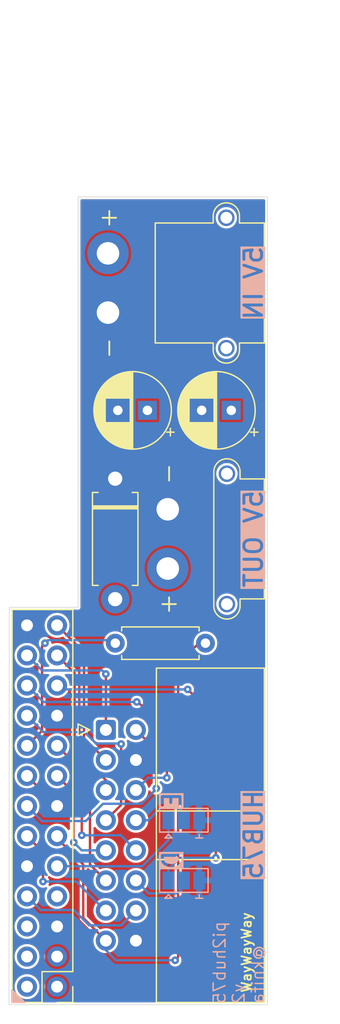
<source format=kicad_pcb>
(kicad_pcb (version 20240108) (generator "pcbnew") (generator_version "8.0")
  (layers (0 "F.Cu" signal) (31 "B.Cu" signal) (34 "B.Paste" user) (35 "F.Paste" user) (36 "B.SilkS" user "B.Silkscreen") (37 "F.SilkS" user "F.Silkscreen") (38 "B.Mask" user) (39 "F.Mask" user) (44 "Edge.Cuts" user))
  (net 0 "")
  (net 1 "GND")
  (net 2 "+5V")
  (net 3 "/G0")
  (net 5 "/CLK")
  (net 6 "/~{OE}")
  (net 7 "/G1")
  (net 8 "/A")
  (net 9 "/B0")
  (net 10 "/C")
  (net 11 "/B")
  (net 12 "/LAT")
  (net 13 "/D")
  (net 14 "/B1")
  (net 15 "/R1")
  (net 17 "+3V3")
  (net 18 "/E")
  (net 19 "/R0")
  (net 21 "/E_HUB75")
  (net 22 "/D_HUB75")
  (footprint "Connector_IDC:IDC-Header_2x08_P2.54mm_Horizontal" (layer "F.Cu") (at 5.3792 10.344)
    (property "Reference" "J3" (hide yes))
    (property "Value" "HUB75")
    (fp_line (start -2.35 -0.5) (end -2.35 0.5) (stroke (width 0.12)) (layer "F.SilkS"))
    (fp_line (start -2.35 0.5) (end -1.35 0) (stroke (width 0.12)) (layer "F.SilkS"))
    (fp_line (start -1.35 0) (end -2.35 -0.5) (stroke (width 0.12)) (layer "F.SilkS"))
    (fp_line (start 4.27 -5.21) (end 13.39 -5.21) (stroke (width 0.12)) (layer "F.SilkS"))
    (fp_line (start 4.27 6.84) (end 13.39 6.84) (stroke (width 0.12)) (layer "F.SilkS"))
    (fp_line (start 4.27 10.94) (end 13.39 10.94) (stroke (width 0.12)) (layer "F.SilkS"))
    (fp_line (start 4.27 22.99) (end 4.27 -5.21) (stroke (width 0.12)) (layer "F.SilkS"))
    (fp_line (start 13.39 -5.21) (end 13.39 22.99) (stroke (width 0.12)) (layer "F.SilkS"))
    (fp_line (start 13.39 22.99) (end 4.27 22.99) (stroke (width 0.12)) (layer "F.SilkS"))
    (pad "1" thru_hole roundrect (at 0 0) (size 1.7 1.7) (drill 1) (layers "*.Cu" "*.Mask") (roundrect_rratio 0.147059) (net 19 "/R0"))
    (pad "2" thru_hole circle (at 2.54 0) (size 1.7 1.7) (drill 1) (layers "*.Cu" "*.Mask") (net 3 "/G0"))
    (pad "3" thru_hole circle (at 0 2.54) (size 1.7 1.7) (drill 1) (layers "*.Cu" "*.Mask") (net 9 "/B0"))
    (pad "4" thru_hole circle (at 2.54 2.54) (size 1.7 1.7) (drill 1) (layers "*.Cu" "*.Mask") (net 1 "GND"))
    (pad "5" thru_hole circle (at 0 5.08) (size 1.7 1.7) (drill 1) (layers "*.Cu" "*.Mask") (net 15 "/R1"))
    (pad "6" thru_hole circle (at 2.54 5.08) (size 1.7 1.7) (drill 1) (layers "*.Cu" "*.Mask") (net 7 "/G1"))
    (pad "7" thru_hole circle (at 0 7.62) (size 1.7 1.7) (drill 1) (layers "*.Cu" "*.Mask") (net 14 "/B1"))
    (pad "8" thru_hole circle (at 2.54 7.62) (size 1.7 1.7) (drill 1) (layers "*.Cu" "*.Mask") (net 21 "/E_HUB75"))
    (pad "9" thru_hole circle (at 0 10.16) (size 1.7 1.7) (drill 1) (layers "*.Cu" "*.Mask") (net 8 "/A"))
    (pad "10" thru_hole circle (at 2.54 10.16) (size 1.7 1.7) (drill 1) (layers "*.Cu" "*.Mask") (net 11 "/B"))
    (pad "11" thru_hole circle (at 0 12.7) (size 1.7 1.7) (drill 1) (layers "*.Cu" "*.Mask") (net 10 "/C"))
    (pad "12" thru_hole circle (at 2.54 12.7) (size 1.7 1.7) (drill 1) (layers "*.Cu" "*.Mask") (net 22 "/D_HUB75"))
    (pad "13" thru_hole circle (at 0 15.24) (size 1.7 1.7) (drill 1) (layers "*.Cu" "*.Mask") (net 5 "/CLK"))
    (pad "14" thru_hole circle (at 2.54 15.24) (size 1.7 1.7) (drill 1) (layers "*.Cu" "*.Mask") (net 12 "/LAT"))
    (pad "15" thru_hole circle (at 0 17.78) (size 1.7 1.7) (drill 1) (layers "*.Cu" "*.Mask") (net 6 "/~{OE}"))
    (pad "16" thru_hole circle (at 2.54 17.78) (size 1.7 1.7) (drill 1) (layers "*.Cu" "*.Mask") (net 1 "GND"))
  )
  (footprint "Resistor_THT:R_Axial_DIN0207_L6.3mm_D2.5mm_P7.62mm_Horizontal" (layer "F.Cu") (at 13.796 3.028 180)
    (property "Reference" "R1" (hide yes))
    (property "Value" "10k")
    (fp_line (start 7.08 1.37) (end 7.08 1.04) (stroke (width 0.12)) (layer "F.SilkS"))
    (fp_line (start 7.08 -1.37) (end 7.08 -1.04) (stroke (width 0.12)) (layer "F.SilkS"))
    (fp_line (start 0.54 1.37) (end 7.08 1.37) (stroke (width 0.12)) (layer "F.SilkS"))
    (fp_line (start 0.54 1.04) (end 0.54 1.37) (stroke (width 0.12)) (layer "F.SilkS"))
    (fp_line (start 0.54 -1.04) (end 0.54 -1.37) (stroke (width 0.12)) (layer "F.SilkS"))
    (fp_line (start 0.54 -1.37) (end 7.08 -1.37) (stroke (width 0.12)) (layer "F.SilkS"))
    (pad "1" thru_hole circle (at 0 0 180) (size 1.6 1.6) (drill 0.8) (layers "*.Cu" "*.Mask") (net 6 "/~{OE}"))
    (pad "2" thru_hole oval (at 7.62 0 180) (size 1.6 1.6) (drill 0.8) (layers "*.Cu" "*.Mask") (net 17 "+3V3"))
  )
  (footprint "Connector_AMASS:AMASS_XT30PW-M_1x02_P2.50mm_Horizontal" (layer "F.Cu") (at 5.5592 -24.856 -90)
    (property "Reference" "J2" (hide yes))
    (property "Value" "5V_IN")
    (fp_line (start -7.56 -3.99) (end 2.56 -3.99) (stroke (width 0.12)) (layer "F.SilkS"))
    (fp_line (start -8.15 -8.89) (end -7.56 -8.89) (stroke (width 0.12)) (layer "F.SilkS"))
    (fp_line (start -7.56 -8.89) (end -7.56 -3.99) (stroke (width 0.12)) (layer "F.SilkS"))
    (fp_line (start 2.56 -8.89) (end 2.56 -3.99) (stroke (width 0.12)) (layer "F.SilkS"))
    (fp_line (start 2.56 -8.89) (end 3.15 -8.89) (stroke (width 0.12)) (layer "F.SilkS"))
    (fp_line (start -8.15 -11.11) (end -7.56 -11.11) (stroke (width 0.12)) (layer "F.SilkS"))
    (fp_line (start 2.56 -11.11) (end 3.15 -11.11) (stroke (width 0.12)) (layer "F.SilkS"))
    (fp_line (start -7.56 -13.21) (end -7.56 -11.11) (stroke (width 0.12)) (layer "F.SilkS"))
    (fp_line (start -7.56 -13.21) (end 2.56 -13.21) (stroke (width 0.12)) (layer "F.SilkS"))
    (fp_line (start 2.56 -13.21) (end 2.56 -11.11) (stroke (width 0.12)) (layer "F.SilkS"))
    (fp_arc (start -8.15 -8.89) (mid -9.26 -10) (end -8.15 -11.11) (stroke (width 0.12)) (layer "F.SilkS"))
    (fp_arc (start 3.15 -11.11) (mid 4.26 -10) (end 3.15 -8.89) (stroke (width 0.12)) (layer "F.SilkS"))
    (fp_text user "+" (at -8 0 90) (layer "F.SilkS") (effects (font (size 1.5 1.5))))
    (fp_text user "-" (at 3 0 90) (layer "F.SilkS") (effects (font (size 1.5 1.5))))
    (pad "" thru_hole circle (at -8 -10 270) (size 1.4 1.4) (drill 1) (layers "*.Cu" "*.Mask"))
    (pad "" thru_hole circle (at 3 -10 270) (size 1.4 1.4) (drill 1) (layers "*.Cu" "*.Mask"))
    (pad "1" thru_hole rect (at 0 0 270) (size 3.5 3.5) (drill 1.9) (layers "*.Cu" "*.Mask") (net 1 "GND"))
    (pad "2" thru_hole circle (at -5 0 270) (size 3.5 3.5) (drill 1.9) (layers "*.Cu" "*.Mask") (net 2 "+5V"))
  )
  (footprint "Diode_THT:D_DO-15_P10.16mm_Horizontal" (layer "F.Cu") (at 6.1692 -10.846 -90)
    (property "Reference" "D1" (hide yes))
    (property "Value" "D_TVS")
    (fp_line (start 1.16 1.92) (end 9 1.92) (stroke (width 0.12)) (layer "F.SilkS"))
    (fp_line (start 9 1.92) (end 9 1.44) (stroke (width 0.12)) (layer "F.SilkS"))
    (fp_line (start 1.16 1.44) (end 1.16 1.92) (stroke (width 0.12)) (layer "F.SilkS"))
    (fp_line (start 1.16 -1.44) (end 1.16 -1.92) (stroke (width 0.12)) (layer "F.SilkS"))
    (fp_line (start 1.16 -1.92) (end 9 -1.92) (stroke (width 0.12)) (layer "F.SilkS"))
    (fp_line (start 2.3 -1.92) (end 2.3 1.92) (stroke (width 0.12)) (layer "F.SilkS"))
    (fp_line (start 2.42 -1.92) (end 2.42 1.92) (stroke (width 0.12)) (layer "F.SilkS"))
    (fp_line (start 2.54 -1.92) (end 2.54 1.92) (stroke (width 0.12)) (layer "F.SilkS"))
    (fp_line (start 9 -1.92) (end 9 -1.44) (stroke (width 0.12)) (layer "F.SilkS"))
    (pad "1" thru_hole rect (at 0 0 270) (size 2.4 2.4) (drill 1.2) (layers "*.Cu" "*.Mask") (net 1 "GND"))
    (pad "2" thru_hole oval (at 10.16 0 270) (size 2.4 2.4) (drill 1.2) (layers "*.Cu" "*.Mask") (net 2 "+5V"))
  )
  (footprint "Connector_AMASS:AMASS_XT30PW-F_1x02_P2.50mm_Horizontal" (layer "F.Cu") (at 10.6092 -8.266 -90)
    (property "Reference" "J4" (hide yes))
    (property "Value" "5V_OUT_MATRIX")
    (fp_line (start -3.26 -3.89) (end 8.26 -3.89) (stroke (width 0.12)) (layer "F.SilkS"))
    (fp_line (start -3.26 -6.11) (end -2.56 -6.11) (stroke (width 0.12)) (layer "F.SilkS"))
    (fp_line (start 7.56 -6.11) (end 8.26 -6.11) (stroke (width 0.12)) (layer "F.SilkS"))
    (fp_line (start -2.56 -8.16) (end -2.56 -6.11) (stroke (width 0.12)) (layer "F.SilkS"))
    (fp_line (start -2.56 -8.16) (end 7.56 -8.16) (stroke (width 0.12)) (layer "F.SilkS"))
    (fp_line (start 7.56 -8.16) (end 7.56 -6.11) (stroke (width 0.12)) (layer "F.SilkS"))
    (fp_arc (start -3.321729 -3.903365) (mid -4.256653 -5.086124) (end -3.15 -6.11) (stroke (width 0.12)) (layer "F.SilkS"))
    (fp_arc (start 8.15 -6.11) (mid 9.26 -5) (end 8.15 -3.89) (stroke (width 0.12)) (layer "F.SilkS"))
    (fp_text user "+" (at 8 0 90) (layer "F.SilkS") (effects (font (size 1.5 1.5))))
    (fp_text user "-" (at -3 0 90) (layer "F.SilkS") (effects (font (size 1.5 1.5))))
    (pad "" thru_hole circle (at -3 -5) (size 1.4 1.4) (drill 1) (layers "*.Cu" "*.Mask"))
    (pad "" thru_hole circle (at 8 -5 270) (size 1.4 1.4) (drill 1) (layers "*.Cu" "*.Mask"))
    (pad "1" thru_hole rect (at 0 0 270) (size 3.5 3.5) (drill 1.9) (layers "*.Cu" "*.Mask") (net 1 "GND"))
    (pad "2" thru_hole circle (at 5 0 270) (size 3.5 3.5) (drill 1.9) (layers "*.Cu" "*.Mask") (net 2 "+5V"))
  )
  (footprint "Capacitor_THT:CP_Radial_D6.3mm_P2.50mm" (layer "F.Cu") (at 8.89318 -16.612 180)
    (property "Reference" "C3" (hide yes))
    (property "Value" "330u")
    (fp_line (start 4.491 -0.402) (end 4.491 0.402) (stroke (width 0.12)) (layer "F.SilkS"))
    (fp_line (start 4.451 -0.633) (end 4.451 0.633) (stroke (width 0.12)) (layer "F.SilkS"))
    (fp_line (start 4.411 -0.802) (end 4.411 0.802) (stroke (width 0.12)) (layer "F.SilkS"))
    (fp_line (start 4.371 -0.94) (end 4.371 0.94) (stroke (width 0.12)) (layer "F.SilkS"))
    (fp_line (start 4.331 -1.059) (end 4.331 1.059) (stroke (width 0.12)) (layer "F.SilkS"))
    (fp_line (start 4.291 -1.165) (end 4.291 1.165) (stroke (width 0.12)) (layer "F.SilkS"))
    (fp_line (start 4.251 -1.262) (end 4.251 1.262) (stroke (width 0.12)) (layer "F.SilkS"))
    (fp_line (start 4.211 -1.35) (end 4.211 1.35) (stroke (width 0.12)) (layer "F.SilkS"))
    (fp_line (start 4.171 -1.432) (end 4.171 1.432) (stroke (width 0.12)) (layer "F.SilkS"))
    (fp_line (start 4.131 -1.509) (end 4.131 1.509) (stroke (width 0.12)) (layer "F.SilkS"))
    (fp_line (start 4.091 -1.581) (end 4.091 1.581) (stroke (width 0.12)) (layer "F.SilkS"))
    (fp_line (start 4.051 -1.65) (end 4.051 1.65) (stroke (width 0.12)) (layer "F.SilkS"))
    (fp_line (start 4.011 -1.714) (end 4.011 1.714) (stroke (width 0.12)) (layer "F.SilkS"))
    (fp_line (start 3.971 -1.776) (end 3.971 1.776) (stroke (width 0.12)) (layer "F.SilkS"))
    (fp_line (start 3.931 -1.834) (end 3.931 1.834) (stroke (width 0.12)) (layer "F.SilkS"))
    (fp_line (start 3.891 -1.89) (end 3.891 1.89) (stroke (width 0.12)) (layer "F.SilkS"))
    (fp_line (start 3.851 -1.944) (end 3.851 1.944) (stroke (width 0.12)) (layer "F.SilkS"))
    (fp_line (start 3.811 -1.995) (end 3.811 1.995) (stroke (width 0.12)) (layer "F.SilkS"))
    (fp_line (start 3.771 -2.044) (end 3.771 2.044) (stroke (width 0.12)) (layer "F.SilkS"))
    (fp_line (start 3.731 -2.092) (end 3.731 2.092) (stroke (width 0.12)) (layer "F.SilkS"))
    (fp_line (start 3.691 -2.137) (end 3.691 2.137) (stroke (width 0.12)) (layer "F.SilkS"))
    (fp_line (start 3.651 -2.182) (end 3.651 2.182) (stroke (width 0.12)) (layer "F.SilkS"))
    (fp_line (start 3.611 -2.224) (end 3.611 2.224) (stroke (width 0.12)) (layer "F.SilkS"))
    (fp_line (start 3.571 -2.265) (end 3.571 2.265) (stroke (width 0.12)) (layer "F.SilkS"))
    (fp_line (start 3.531 1.04) (end 3.531 2.305) (stroke (width 0.12)) (layer "F.SilkS"))
    (fp_line (start 3.531 -2.305) (end 3.531 -1.04) (stroke (width 0.12)) (layer "F.SilkS"))
    (fp_line (start 3.491 1.04) (end 3.491 2.343) (stroke (width 0.12)) (layer "F.SilkS"))
    (fp_line (start 3.491 -2.343) (end 3.491 -1.04) (stroke (width 0.12)) (layer "F.SilkS"))
    (fp_line (start 3.451 1.04) (end 3.451 2.38) (stroke (width 0.12)) (layer "F.SilkS"))
    (fp_line (start 3.451 -2.38) (end 3.451 -1.04) (stroke (width 0.12)) (layer "F.SilkS"))
    (fp_line (start 3.411 1.04) (end 3.411 2.416) (stroke (width 0.12)) (layer "F.SilkS"))
    (fp_line (start 3.411 -2.416) (end 3.411 -1.04) (stroke (width 0.12)) (layer "F.SilkS"))
    (fp_line (start 3.371 1.04) (end 3.371 2.45) (stroke (width 0.12)) (layer "F.SilkS"))
    (fp_line (start 3.371 -2.45) (end 3.371 -1.04) (stroke (width 0.12)) (layer "F.SilkS"))
    (fp_line (start 3.331 1.04) (end 3.331 2.484) (stroke (width 0.12)) (layer "F.SilkS"))
    (fp_line (start 3.331 -2.484) (end 3.331 -1.04) (stroke (width 0.12)) (layer "F.SilkS"))
    (fp_line (start 3.291 1.04) (end 3.291 2.516) (stroke (width 0.12)) (layer "F.SilkS"))
    (fp_line (start 3.291 -2.516) (end 3.291 -1.04) (stroke (width 0.12)) (layer "F.SilkS"))
    (fp_line (start 3.251 1.04) (end 3.251 2.548) (stroke (width 0.12)) (layer "F.SilkS"))
    (fp_line (start 3.251 -2.548) (end 3.251 -1.04) (stroke (width 0.12)) (layer "F.SilkS"))
    (fp_line (start 3.211 1.04) (end 3.211 2.578) (stroke (width 0.12)) (layer "F.SilkS"))
    (fp_line (start 3.211 -2.578) (end 3.211 -1.04) (stroke (width 0.12)) (layer "F.SilkS"))
    (fp_line (start 3.171 1.04) (end 3.171 2.607) (stroke (width 0.12)) (layer "F.SilkS"))
    (fp_line (start 3.171 -2.607) (end 3.171 -1.04) (stroke (width 0.12)) (layer "F.SilkS"))
    (fp_line (start 3.131 1.04) (end 3.131 2.636) (stroke (width 0.12)) (layer "F.SilkS"))
    (fp_line (start 3.131 -2.636) (end 3.131 -1.04) (stroke (width 0.12)) (layer "F.SilkS"))
    (fp_line (start 3.091 1.04) (end 3.091 2.664) (stroke (width 0.12)) (layer "F.SilkS"))
    (fp_line (start 3.091 -2.664) (end 3.091 -1.04) (stroke (width 0.12)) (layer "F.SilkS"))
    (fp_line (start 3.051 1.04) (end 3.051 2.69) (stroke (width 0.12)) (layer "F.SilkS"))
    (fp_line (start 3.051 -2.69) (end 3.051 -1.04) (stroke (width 0.12)) (layer "F.SilkS"))
    (fp_line (start 3.011 1.04) (end 3.011 2.716) (stroke (width 0.12)) (layer "F.SilkS"))
    (fp_line (start 3.011 -2.716) (end 3.011 -1.04) (stroke (width 0.12)) (layer "F.SilkS"))
    (fp_line (start 2.971 1.04) (end 2.971 2.742) (stroke (width 0.12)) (layer "F.SilkS"))
    (fp_line (start 2.971 -2.742) (end 2.971 -1.04) (stroke (width 0.12)) (layer "F.SilkS"))
    (fp_line (start 2.931 1.04) (end 2.931 2.766) (stroke (width 0.12)) (layer "F.SilkS"))
    (fp_line (start 2.931 -2.766) (end 2.931 -1.04) (stroke (width 0.12)) (layer "F.SilkS"))
    (fp_line (start 2.891 1.04) (end 2.891 2.79) (stroke (width 0.12)) (layer "F.SilkS"))
    (fp_line (start 2.891 -2.79) (end 2.891 -1.04) (stroke (width 0.12)) (layer "F.SilkS"))
    (fp_line (start 2.851 1.04) (end 2.851 2.812) (stroke (width 0.12)) (layer "F.SilkS"))
    (fp_line (start 2.851 -2.812) (end 2.851 -1.04) (stroke (width 0.12)) (layer "F.SilkS"))
    (fp_line (start 2.811 1.04) (end 2.811 2.834) (stroke (width 0.12)) (layer "F.SilkS"))
    (fp_line (start 2.811 -2.834) (end 2.811 -1.04) (stroke (width 0.12)) (layer "F.SilkS"))
    (fp_line (start 2.771 1.04) (end 2.771 2.856) (stroke (width 0.12)) (layer "F.SilkS"))
    (fp_line (start 2.771 -2.856) (end 2.771 -1.04) (stroke (width 0.12)) (layer "F.SilkS"))
    (fp_line (start 2.731 1.04) (end 2.731 2.876) (stroke (width 0.12)) (layer "F.SilkS"))
    (fp_line (start 2.731 -2.876) (end 2.731 -1.04) (stroke (width 0.12)) (layer "F.SilkS"))
    (fp_line (start 2.691 1.04) (end 2.691 2.896) (stroke (width 0.12)) (layer "F.SilkS"))
    (fp_line (start 2.691 -2.896) (end 2.691 -1.04) (stroke (width 0.12)) (layer "F.SilkS"))
    (fp_line (start 2.651 1.04) (end 2.651 2.916) (stroke (width 0.12)) (layer "F.SilkS"))
    (fp_line (start 2.651 -2.916) (end 2.651 -1.04) (stroke (width 0.12)) (layer "F.SilkS"))
    (fp_line (start 2.611 1.04) (end 2.611 2.934) (stroke (width 0.12)) (layer "F.SilkS"))
    (fp_line (start 2.611 -2.934) (end 2.611 -1.04) (stroke (width 0.12)) (layer "F.SilkS"))
    (fp_line (start 2.571 1.04) (end 2.571 2.952) (stroke (width 0.12)) (layer "F.SilkS"))
    (fp_line (start 2.571 -2.952) (end 2.571 -1.04) (stroke (width 0.12)) (layer "F.SilkS"))
    (fp_line (start 2.531 1.04) (end 2.531 2.97) (stroke (width 0.12)) (layer "F.SilkS"))
    (fp_line (start 2.531 -2.97) (end 2.531 -1.04) (stroke (width 0.12)) (layer "F.SilkS"))
    (fp_line (start 2.491 1.04) (end 2.491 2.986) (stroke (width 0.12)) (layer "F.SilkS"))
    (fp_line (start 2.491 -2.986) (end 2.491 -1.04) (stroke (width 0.12)) (layer "F.SilkS"))
    (fp_line (start 2.451 1.04) (end 2.451 3.002) (stroke (width 0.12)) (layer "F.SilkS"))
    (fp_line (start 2.451 -3.002) (end 2.451 -1.04) (stroke (width 0.12)) (layer "F.SilkS"))
    (fp_line (start 2.411 1.04) (end 2.411 3.018) (stroke (width 0.12)) (layer "F.SilkS"))
    (fp_line (start 2.411 -3.018) (end 2.411 -1.04) (stroke (width 0.12)) (layer "F.SilkS"))
    (fp_line (start 2.371 1.04) (end 2.371 3.033) (stroke (width 0.12)) (layer "F.SilkS"))
    (fp_line (start 2.371 -3.033) (end 2.371 -1.04) (stroke (width 0.12)) (layer "F.SilkS"))
    (fp_line (start 2.331 1.04) (end 2.331 3.047) (stroke (width 0.12)) (layer "F.SilkS"))
    (fp_line (start 2.331 -3.047) (end 2.331 -1.04) (stroke (width 0.12)) (layer "F.SilkS"))
    (fp_line (start 2.291 1.04) (end 2.291 3.061) (stroke (width 0.12)) (layer "F.SilkS"))
    (fp_line (start 2.291 -3.061) (end 2.291 -1.04) (stroke (width 0.12)) (layer "F.SilkS"))
    (fp_line (start 2.251 1.04) (end 2.251 3.074) (stroke (width 0.12)) (layer "F.SilkS"))
    (fp_line (start 2.251 -3.074) (end 2.251 -1.04) (stroke (width 0.12)) (layer "F.SilkS"))
    (fp_line (start 2.211 1.04) (end 2.211 3.086) (stroke (width 0.12)) (layer "F.SilkS"))
    (fp_line (start 2.211 -3.086) (end 2.211 -1.04) (stroke (width 0.12)) (layer "F.SilkS"))
    (fp_line (start 2.171 1.04) (end 2.171 3.098) (stroke (width 0.12)) (layer "F.SilkS"))
    (fp_line (start 2.171 -3.098) (end 2.171 -1.04) (stroke (width 0.12)) (layer "F.SilkS"))
    (fp_line (start 2.131 1.04) (end 2.131 3.11) (stroke (width 0.12)) (layer "F.SilkS"))
    (fp_line (start 2.131 -3.11) (end 2.131 -1.04) (stroke (width 0.12)) (layer "F.SilkS"))
    (fp_line (start 2.091 1.04) (end 2.091 3.121) (stroke (width 0.12)) (layer "F.SilkS"))
    (fp_line (start 2.091 -3.121) (end 2.091 -1.04) (stroke (width 0.12)) (layer "F.SilkS"))
    (fp_line (start 2.051 1.04) (end 2.051 3.131) (stroke (width 0.12)) (layer "F.SilkS"))
    (fp_line (start 2.051 -3.131) (end 2.051 -1.04) (stroke (width 0.12)) (layer "F.SilkS"))
    (fp_line (start 2.011 1.04) (end 2.011 3.141) (stroke (width 0.12)) (layer "F.SilkS"))
    (fp_line (start 2.011 -3.141) (end 2.011 -1.04) (stroke (width 0.12)) (layer "F.SilkS"))
    (fp_line (start 1.971 1.04) (end 1.971 3.15) (stroke (width 0.12)) (layer "F.SilkS"))
    (fp_line (start 1.971 -3.15) (end 1.971 -1.04) (stroke (width 0.12)) (layer "F.SilkS"))
    (fp_line (start 1.93 1.04) (end 1.93 3.159) (stroke (width 0.12)) (layer "F.SilkS"))
    (fp_line (start 1.93 -3.159) (end 1.93 -1.04) (stroke (width 0.12)) (layer "F.SilkS"))
    (fp_line (start 1.89 1.04) (end 1.89 3.167) (stroke (width 0.12)) (layer "F.SilkS"))
    (fp_line (start 1.89 -3.167) (end 1.89 -1.04) (stroke (width 0.12)) (layer "F.SilkS"))
    (fp_line (start 1.85 1.04) (end 1.85 3.175) (stroke (width 0.12)) (layer "F.SilkS"))
    (fp_line (start 1.85 -3.175) (end 1.85 -1.04) (stroke (width 0.12)) (layer "F.SilkS"))
    (fp_line (start 1.81 1.04) (end 1.81 3.182) (stroke (width 0.12)) (layer "F.SilkS"))
    (fp_line (start 1.81 -3.182) (end 1.81 -1.04) (stroke (width 0.12)) (layer "F.SilkS"))
    (fp_line (start 1.77 1.04) (end 1.77 3.189) (stroke (width 0.12)) (layer "F.SilkS"))
    (fp_line (start 1.77 -3.189) (end 1.77 -1.04) (stroke (width 0.12)) (layer "F.SilkS"))
    (fp_line (start 1.73 1.04) (end 1.73 3.195) (stroke (width 0.12)) (layer "F.SilkS"))
    (fp_line (start 1.73 -3.195) (end 1.73 -1.04) (stroke (width 0.12)) (layer "F.SilkS"))
    (fp_line (start 1.69 1.04) (end 1.69 3.201) (stroke (width 0.12)) (layer "F.SilkS"))
    (fp_line (start 1.69 -3.201) (end 1.69 -1.04) (stroke (width 0.12)) (layer "F.SilkS"))
    (fp_line (start 1.65 1.04) (end 1.65 3.206) (stroke (width 0.12)) (layer "F.SilkS"))
    (fp_line (start 1.65 -3.206) (end 1.65 -1.04) (stroke (width 0.12)) (layer "F.SilkS"))
    (fp_line (start 1.61 1.04) (end 1.61 3.211) (stroke (width 0.12)) (layer "F.SilkS"))
    (fp_line (start 1.61 -3.211) (end 1.61 -1.04) (stroke (width 0.12)) (layer "F.SilkS"))
    (fp_line (start 1.57 1.04) (end 1.57 3.215) (stroke (width 0.12)) (layer "F.SilkS"))
    (fp_line (start 1.57 -3.215) (end 1.57 -1.04) (stroke (width 0.12)) (layer "F.SilkS"))
    (fp_line (start 1.53 1.04) (end 1.53 3.218) (stroke (width 0.12)) (layer "F.SilkS"))
    (fp_line (start 1.53 -3.218) (end 1.53 -1.04) (stroke (width 0.12)) (layer "F.SilkS"))
    (fp_line (start 1.49 1.04) (end 1.49 3.222) (stroke (width 0.12)) (layer "F.SilkS"))
    (fp_line (start 1.49 -3.222) (end 1.49 -1.04) (stroke (width 0.12)) (layer "F.SilkS"))
    (fp_line (start 1.45 -3.224) (end 1.45 3.224) (stroke (width 0.12)) (layer "F.SilkS"))
    (fp_line (start 1.41 -3.227) (end 1.41 3.227) (stroke (width 0.12)) (layer "F.SilkS"))
    (fp_line (start 1.37 -3.228) (end 1.37 3.228) (stroke (width 0.12)) (layer "F.SilkS"))
    (fp_line (start 1.33 -3.23) (end 1.33 3.23) (stroke (width 0.12)) (layer "F.SilkS"))
    (fp_line (start 1.29 -3.23) (end 1.29 3.23) (stroke (width 0.12)) (layer "F.SilkS"))
    (fp_line (start 1.25 -3.23) (end 1.25 3.23) (stroke (width 0.12)) (layer "F.SilkS"))
    (fp_line (start -1.935241 -2.154) (end -1.935241 -1.524) (stroke (width 0.12)) (layer "F.SilkS"))
    (fp_line (start -2.250241 -1.839) (end -1.620241 -1.839) (stroke (width 0.12)) (layer "F.SilkS"))
    (fp_circle (center 1.25 0) (end 4.52 0) (stroke (width 0.12)) (fill none) (layer "F.SilkS"))
    (pad "1" thru_hole rect (at 0 0 180) (size 1.6 1.6) (drill 0.8) (layers "*.Cu" "*.Mask") (net 2 "+5V"))
    (pad "2" thru_hole circle (at 2.5 0 180) (size 1.6 1.6) (drill 0.8) (layers "*.Cu" "*.Mask") (net 1 "GND"))
  )
  (footprint "hub75-adapter:PiHeader" (layer "F.Cu") (at -1.282 1.524)
    (property "Reference" "J1" (hide yes))
    (property "Value" "PI")
    (fp_line (start -1.27 -1.33) (end -1.27 31.81) (stroke (width 0.12)) (layer "F.SilkS"))
    (fp_line (start -1.27 -1.33) (end 3.87 -1.33) (stroke (width 0.12)) (layer "F.SilkS"))
    (fp_line (start -1.27 31.81) (end 1.27 31.81) (stroke (width 0.12)) (layer "F.SilkS"))
    (fp_line (start 1.27 29.21) (end 3.87 29.21) (stroke (width 0.12)) (layer "F.SilkS"))
    (fp_line (start 1.27 31.81) (end 1.27 29.21) (stroke (width 0.12)) (layer "F.SilkS"))
    (fp_line (start 2.54 31.81) (end 3.87 31.81) (stroke (width 0.12)) (layer "F.SilkS"))
    (fp_line (start 3.87 -1.33) (end 3.87 29.21) (stroke (width 0.12)) (layer "F.SilkS"))
    (fp_line (start 3.87 31.81) (end 3.87 30.48) (stroke (width 0.12)) (layer "F.SilkS"))
    (pad "1" thru_hole oval (at 0 30.48 180) (size 1.7 1.7) (drill 1) (layers "*.Cu" "*.Mask") (net 17 "+3V3"))
    (pad "2" thru_hole oval (at 2.54 30.48 180) (size 1.7 1.7) (drill 1) (layers "*.Cu" "*.Mask") (net 2 "+5V"))
    (pad "3" thru_hole oval (at 0 27.94 180) (size 1.7 1.7) (drill 1) (layers "*.Cu" "*.Mask"))
    (pad "4" thru_hole oval (at 2.54 27.94 180) (size 1.7 1.7) (drill 1) (layers "*.Cu" "*.Mask") (net 2 "+5V"))
    (pad "5" thru_hole oval (at 0 25.4 180) (size 1.7 1.7) (drill 1) (layers "*.Cu" "*.Mask"))
    (pad "6" thru_hole rect (at 2.54 25.4 180) (size 1.7 1.7) (drill 1) (layers "*.Cu" "*.Mask") (net 1 "GND"))
    (pad "7" thru_hole oval (at 0 22.86 180) (size 1.7 1.7) (drill 1) (layers "*.Cu" "*.Mask") (net 12 "/LAT"))
    (pad "8" thru_hole oval (at 2.54 22.86 180) (size 1.7 1.7) (drill 1) (layers "*.Cu" "*.Mask"))
    (pad "9" thru_hole rect (at 0 20.32 180) (size 1.7 1.7) (drill 1) (layers "*.Cu" "*.Mask") (net 1 "GND"))
    (pad "10" thru_hole oval (at 2.54 20.32 180) (size 1.7 1.7) (drill 1) (layers "*.Cu" "*.Mask") (net 18 "/E"))
    (pad "11" thru_hole oval (at 0 17.78 180) (size 1.7 1.7) (drill 1) (layers "*.Cu" "*.Mask") (net 5 "/CLK"))
    (pad "12" thru_hole oval (at 2.54 17.78 180) (size 1.7 1.7) (drill 1) (layers "*.Cu" "*.Mask") (net 6 "/~{OE}"))
    (pad "13" thru_hole oval (at 0 15.24 180) (size 1.7 1.7) (drill 1) (layers "*.Cu" "*.Mask") (net 3 "/G0"))
    (pad "14" thru_hole oval (at 2.54 15.24 180) (size 1.7 1.7) (drill 1) (layers "*.Cu" "*.Mask") (net 1 "GND"))
    (pad "15" thru_hole oval (at 0 12.7 180) (size 1.7 1.7) (drill 1) (layers "*.Cu" "*.Mask") (net 8 "/A"))
    (pad "16" thru_hole oval (at 2.54 12.7 180) (size 1.7 1.7) (drill 1) (layers "*.Cu" "*.Mask") (net 11 "/B"))
    (pad "17" thru_hole oval (at 0 10.16 180) (size 1.7 1.7) (drill 1) (layers "*.Cu" "*.Mask") (net 17 "+3V3"))
    (pad "18" thru_hole oval (at 2.54 10.16 180) (size 1.7 1.7) (drill 1) (layers "*.Cu" "*.Mask") (net 10 "/C"))
    (pad "19" thru_hole oval (at 0 7.62 180) (size 1.7 1.7) (drill 1) (layers "*.Cu" "*.Mask") (net 14 "/B1"))
    (pad "20" thru_hole rect (at 2.54 7.62 180) (size 1.7 1.7) (drill 1) (layers "*.Cu" "*.Mask") (net 1 "GND"))
    (pad "21" thru_hole oval (at 0 5.08 180) (size 1.7 1.7) (drill 1) (layers "*.Cu" "*.Mask") (net 7 "/G1"))
    (pad "22" thru_hole oval (at 2.54 5.08 180) (size 1.7 1.7) (drill 1) (layers "*.Cu" "*.Mask") (net 13 "/D"))
    (pad "23" thru_hole oval (at 0 2.54 180) (size 1.7 1.7) (drill 1) (layers "*.Cu" "*.Mask") (net 19 "/R0"))
    (pad "24" thru_hole oval (at 2.54 2.54 180) (size 1.7 1.7) (drill 1) (layers "*.Cu" "*.Mask") (net 15 "/R1"))
    (pad "25" thru_hole rect (at 0 0 180) (size 1.7 1.7) (drill 1) (layers "*.Cu" "*.Mask") (net 1 "GND"))
    (pad "26" thru_hole oval (at 2.54 0 180) (size 1.7 1.7) (drill 1) (layers "*.Cu" "*.Mask") (net 9 "/B0"))
  )
  (footprint "Capacitor_THT:CP_Radial_D6.3mm_P2.50mm" (layer "F.Cu") (at 15.97638 -16.612 180)
    (property "Reference" "C2" (hide yes))
    (property "Value" "330u")
    (fp_line (start 4.491 -0.402) (end 4.491 0.402) (stroke (width 0.12)) (layer "F.SilkS"))
    (fp_line (start 4.451 -0.633) (end 4.451 0.633) (stroke (width 0.12)) (layer "F.SilkS"))
    (fp_line (start 4.411 -0.802) (end 4.411 0.802) (stroke (width 0.12)) (layer "F.SilkS"))
    (fp_line (start 4.371 -0.94) (end 4.371 0.94) (stroke (width 0.12)) (layer "F.SilkS"))
    (fp_line (start 4.331 -1.059) (end 4.331 1.059) (stroke (width 0.12)) (layer "F.SilkS"))
    (fp_line (start 4.291 -1.165) (end 4.291 1.165) (stroke (width 0.12)) (layer "F.SilkS"))
    (fp_line (start 4.251 -1.262) (end 4.251 1.262) (stroke (width 0.12)) (layer "F.SilkS"))
    (fp_line (start 4.211 -1.35) (end 4.211 1.35) (stroke (width 0.12)) (layer "F.SilkS"))
    (fp_line (start 4.171 -1.432) (end 4.171 1.432) (stroke (width 0.12)) (layer "F.SilkS"))
    (fp_line (start 4.131 -1.509) (end 4.131 1.509) (stroke (width 0.12)) (layer "F.SilkS"))
    (fp_line (start 4.091 -1.581) (end 4.091 1.581) (stroke (width 0.12)) (layer "F.SilkS"))
    (fp_line (start 4.051 -1.65) (end 4.051 1.65) (stroke (width 0.12)) (layer "F.SilkS"))
    (fp_line (start 4.011 -1.714) (end 4.011 1.714) (stroke (width 0.12)) (layer "F.SilkS"))
    (fp_line (start 3.971 -1.776) (end 3.971 1.776) (stroke (width 0.12)) (layer "F.SilkS"))
    (fp_line (start 3.931 -1.834) (end 3.931 1.834) (stroke (width 0.12)) (layer "F.SilkS"))
    (fp_line (start 3.891 -1.89) (end 3.891 1.89) (stroke (width 0.12)) (layer "F.SilkS"))
    (fp_line (start 3.851 -1.944) (end 3.851 1.944) (stroke (width 0.12)) (layer "F.SilkS"))
    (fp_line (start 3.811 -1.995) (end 3.811 1.995) (stroke (width 0.12)) (layer "F.SilkS"))
    (fp_line (start 3.771 -2.044) (end 3.771 2.044) (stroke (width 0.12)) (layer "F.SilkS"))
    (fp_line (start 3.731 -2.092) (end 3.731 2.092) (stroke (width 0.12)) (layer "F.SilkS"))
    (fp_line (start 3.691 -2.137) (end 3.691 2.137) (stroke (width 0.12)) (layer "F.SilkS"))
    (fp_line (start 3.651 -2.182) (end 3.651 2.182) (stroke (width 0.12)) (layer "F.SilkS"))
    (fp_line (start 3.611 -2.224) (end 3.611 2.224) (stroke (width 0.12)) (layer "F.SilkS"))
    (fp_line (start 3.571 -2.265) (end 3.571 2.265) (stroke (width 0.12)) (layer "F.SilkS"))
    (fp_line (start 3.531 1.04) (end 3.531 2.305) (stroke (width 0.12)) (layer "F.SilkS"))
    (fp_line (start 3.531 -2.305) (end 3.531 -1.04) (stroke (width 0.12)) (layer "F.SilkS"))
    (fp_line (start 3.491 1.04) (end 3.491 2.343) (stroke (width 0.12)) (layer "F.SilkS"))
    (fp_line (start 3.491 -2.343) (end 3.491 -1.04) (stroke (width 0.12)) (layer "F.SilkS"))
    (fp_line (start 3.451 1.04) (end 3.451 2.38) (stroke (width 0.12)) (layer "F.SilkS"))
    (fp_line (start 3.451 -2.38) (end 3.451 -1.04) (stroke (width 0.12)) (layer "F.SilkS"))
    (fp_line (start 3.411 1.04) (end 3.411 2.416) (stroke (width 0.12)) (layer "F.SilkS"))
    (fp_line (start 3.411 -2.416) (end 3.411 -1.04) (stroke (width 0.12)) (layer "F.SilkS"))
    (fp_line (start 3.371 1.04) (end 3.371 2.45) (stroke (width 0.12)) (layer "F.SilkS"))
    (fp_line (start 3.371 -2.45) (end 3.371 -1.04) (stroke (width 0.12)) (layer "F.SilkS"))
    (fp_line (start 3.331 1.04) (end 3.331 2.484) (stroke (width 0.12)) (layer "F.SilkS"))
    (fp_line (start 3.331 -2.484) (end 3.331 -1.04) (stroke (width 0.12)) (layer "F.SilkS"))
    (fp_line (start 3.291 1.04) (end 3.291 2.516) (stroke (width 0.12)) (layer "F.SilkS"))
    (fp_line (start 3.291 -2.516) (end 3.291 -1.04) (stroke (width 0.12)) (layer "F.SilkS"))
    (fp_line (start 3.251 1.04) (end 3.251 2.548) (stroke (width 0.12)) (layer "F.SilkS"))
    (fp_line (start 3.251 -2.548) (end 3.251 -1.04) (stroke (width 0.12)) (layer "F.SilkS"))
    (fp_line (start 3.211 1.04) (end 3.211 2.578) (stroke (width 0.12)) (layer "F.SilkS"))
    (fp_line (start 3.211 -2.578) (end 3.211 -1.04) (stroke (width 0.12)) (layer "F.SilkS"))
    (fp_line (start 3.171 1.04) (end 3.171 2.607) (stroke (width 0.12)) (layer "F.SilkS"))
    (fp_line (start 3.171 -2.607) (end 3.171 -1.04) (stroke (width 0.12)) (layer "F.SilkS"))
    (fp_line (start 3.131 1.04) (end 3.131 2.636) (stroke (width 0.12)) (layer "F.SilkS"))
    (fp_line (start 3.131 -2.636) (end 3.131 -1.04) (stroke (width 0.12)) (layer "F.SilkS"))
    (fp_line (start 3.091 1.04) (end 3.091 2.664) (stroke (width 0.12)) (layer "F.SilkS"))
    (fp_line (start 3.091 -2.664) (end 3.091 -1.04) (stroke (width 0.12)) (layer "F.SilkS"))
    (fp_line (start 3.051 1.04) (end 3.051 2.69) (stroke (width 0.12)) (layer "F.SilkS"))
    (fp_line (start 3.051 -2.69) (end 3.051 -1.04) (stroke (width 0.12)) (layer "F.SilkS"))
    (fp_line (start 3.011 1.04) (end 3.011 2.716) (stroke (width 0.12)) (layer "F.SilkS"))
    (fp_line (start 3.011 -2.716) (end 3.011 -1.04) (stroke (width 0.12)) (layer "F.SilkS"))
    (fp_line (start 2.971 1.04) (end 2.971 2.742) (stroke (width 0.12)) (layer "F.SilkS"))
    (fp_line (start 2.971 -2.742) (end 2.971 -1.04) (stroke (width 0.12)) (layer "F.SilkS"))
    (fp_line (start 2.931 1.04) (end 2.931 2.766) (stroke (width 0.12)) (layer "F.SilkS"))
    (fp_line (start 2.931 -2.766) (end 2.931 -1.04) (stroke (width 0.12)) (layer "F.SilkS"))
    (fp_line (start 2.891 1.04) (end 2.891 2.79) (stroke (width 0.12)) (layer "F.SilkS"))
    (fp_line (start 2.891 -2.79) (end 2.891 -1.04) (stroke (width 0.12)) (layer "F.SilkS"))
    (fp_line (start 2.851 1.04) (end 2.851 2.812) (stroke (width 0.12)) (layer "F.SilkS"))
    (fp_line (start 2.851 -2.812) (end 2.851 -1.04) (stroke (width 0.12)) (layer "F.SilkS"))
    (fp_line (start 2.811 1.04) (end 2.811 2.834) (stroke (width 0.12)) (layer "F.SilkS"))
    (fp_line (start 2.811 -2.834) (end 2.811 -1.04) (stroke (width 0.12)) (layer "F.SilkS"))
    (fp_line (start 2.771 1.04) (end 2.771 2.856) (stroke (width 0.12)) (layer "F.SilkS"))
    (fp_line (start 2.771 -2.856) (end 2.771 -1.04) (stroke (width 0.12)) (layer "F.SilkS"))
    (fp_line (start 2.731 1.04) (end 2.731 2.876) (stroke (width 0.12)) (layer "F.SilkS"))
    (fp_line (start 2.731 -2.876) (end 2.731 -1.04) (stroke (width 0.12)) (layer "F.SilkS"))
    (fp_line (start 2.691 1.04) (end 2.691 2.896) (stroke (width 0.12)) (layer "F.SilkS"))
    (fp_line (start 2.691 -2.896) (end 2.691 -1.04) (stroke (width 0.12)) (layer "F.SilkS"))
    (fp_line (start 2.651 1.04) (end 2.651 2.916) (stroke (width 0.12)) (layer "F.SilkS"))
    (fp_line (start 2.651 -2.916) (end 2.651 -1.04) (stroke (width 0.12)) (layer "F.SilkS"))
    (fp_line (start 2.611 1.04) (end 2.611 2.934) (stroke (width 0.12)) (layer "F.SilkS"))
    (fp_line (start 2.611 -2.934) (end 2.611 -1.04) (stroke (width 0.12)) (layer "F.SilkS"))
    (fp_line (start 2.571 1.04) (end 2.571 2.952) (stroke (width 0.12)) (layer "F.SilkS"))
    (fp_line (start 2.571 -2.952) (end 2.571 -1.04) (stroke (width 0.12)) (layer "F.SilkS"))
    (fp_line (start 2.531 1.04) (end 2.531 2.97) (stroke (width 0.12)) (layer "F.SilkS"))
    (fp_line (start 2.531 -2.97) (end 2.531 -1.04) (stroke (width 0.12)) (layer "F.SilkS"))
    (fp_line (start 2.491 1.04) (end 2.491 2.986) (stroke (width 0.12)) (layer "F.SilkS"))
    (fp_line (start 2.491 -2.986) (end 2.491 -1.04) (stroke (width 0.12)) (layer "F.SilkS"))
    (fp_line (start 2.451 1.04) (end 2.451 3.002) (stroke (width 0.12)) (layer "F.SilkS"))
    (fp_line (start 2.451 -3.002) (end 2.451 -1.04) (stroke (width 0.12)) (layer "F.SilkS"))
    (fp_line (start 2.411 1.04) (end 2.411 3.018) (stroke (width 0.12)) (layer "F.SilkS"))
    (fp_line (start 2.411 -3.018) (end 2.411 -1.04) (stroke (width 0.12)) (layer "F.SilkS"))
    (fp_line (start 2.371 1.04) (end 2.371 3.033) (stroke (width 0.12)) (layer "F.SilkS"))
    (fp_line (start 2.371 -3.033) (end 2.371 -1.04) (stroke (width 0.12)) (layer "F.SilkS"))
    (fp_line (start 2.331 1.04) (end 2.331 3.047) (stroke (width 0.12)) (layer "F.SilkS"))
    (fp_line (start 2.331 -3.047) (end 2.331 -1.04) (stroke (width 0.12)) (layer "F.SilkS"))
    (fp_line (start 2.291 1.04) (end 2.291 3.061) (stroke (width 0.12)) (layer "F.SilkS"))
    (fp_line (start 2.291 -3.061) (end 2.291 -1.04) (stroke (width 0.12)) (layer "F.SilkS"))
    (fp_line (start 2.251 1.04) (end 2.251 3.074) (stroke (width 0.12)) (layer "F.SilkS"))
    (fp_line (start 2.251 -3.074) (end 2.251 -1.04) (stroke (width 0.12)) (layer "F.SilkS"))
    (fp_line (start 2.211 1.04) (end 2.211 3.086) (stroke (width 0.12)) (layer "F.SilkS"))
    (fp_line (start 2.211 -3.086) (end 2.211 -1.04) (stroke (width 0.12)) (layer "F.SilkS"))
    (fp_line (start 2.171 1.04) (end 2.171 3.098) (stroke (width 0.12)) (layer "F.SilkS"))
    (fp_line (start 2.171 -3.098) (end 2.171 -1.04) (stroke (width 0.12)) (layer "F.SilkS"))
    (fp_line (start 2.131 1.04) (end 2.131 3.11) (stroke (width 0.12)) (layer "F.SilkS"))
    (fp_line (start 2.131 -3.11) (end 2.131 -1.04) (stroke (width 0.12)) (layer "F.SilkS"))
    (fp_line (start 2.091 1.04) (end 2.091 3.121) (stroke (width 0.12)) (layer "F.SilkS"))
    (fp_line (start 2.091 -3.121) (end 2.091 -1.04) (stroke (width 0.12)) (layer "F.SilkS"))
    (fp_line (start 2.051 1.04) (end 2.051 3.131) (stroke (width 0.12)) (layer "F.SilkS"))
    (fp_line (start 2.051 -3.131) (end 2.051 -1.04) (stroke (width 0.12)) (layer "F.SilkS"))
    (fp_line (start 2.011 1.04) (end 2.011 3.141) (stroke (width 0.12)) (layer "F.SilkS"))
    (fp_line (start 2.011 -3.141) (end 2.011 -1.04) (stroke (width 0.12)) (layer "F.SilkS"))
    (fp_line (start 1.971 1.04) (end 1.971 3.15) (stroke (width 0.12)) (layer "F.SilkS"))
    (fp_line (start 1.971 -3.15) (end 1.971 -1.04) (stroke (width 0.12)) (layer "F.SilkS"))
    (fp_line (start 1.93 1.04) (end 1.93 3.159) (stroke (width 0.12)) (layer "F.SilkS"))
    (fp_line (start 1.93 -3.159) (end 1.93 -1.04) (stroke (width 0.12)) (layer "F.SilkS"))
    (fp_line (start 1.89 1.04) (end 1.89 3.167) (stroke (width 0.12)) (layer "F.SilkS"))
    (fp_line (start 1.89 -3.167) (end 1.89 -1.04) (stroke (width 0.12)) (layer "F.SilkS"))
    (fp_line (start 1.85 1.04) (end 1.85 3.175) (stroke (width 0.12)) (layer "F.SilkS"))
    (fp_line (start 1.85 -3.175) (end 1.85 -1.04) (stroke (width 0.12)) (layer "F.SilkS"))
    (fp_line (start 1.81 1.04) (end 1.81 3.182) (stroke (width 0.12)) (layer "F.SilkS"))
    (fp_line (start 1.81 -3.182) (end 1.81 -1.04) (stroke (width 0.12)) (layer "F.SilkS"))
    (fp_line (start 1.77 1.04) (end 1.77 3.189) (stroke (width 0.12)) (layer "F.SilkS"))
    (fp_line (start 1.77 -3.189) (end 1.77 -1.04) (stroke (width 0.12)) (layer "F.SilkS"))
    (fp_line (start 1.73 1.04) (end 1.73 3.195) (stroke (width 0.12)) (layer "F.SilkS"))
    (fp_line (start 1.73 -3.195) (end 1.73 -1.04) (stroke (width 0.12)) (layer "F.SilkS"))
    (fp_line (start 1.69 1.04) (end 1.69 3.201) (stroke (width 0.12)) (layer "F.SilkS"))
    (fp_line (start 1.69 -3.201) (end 1.69 -1.04) (stroke (width 0.12)) (layer "F.SilkS"))
    (fp_line (start 1.65 1.04) (end 1.65 3.206) (stroke (width 0.12)) (layer "F.SilkS"))
    (fp_line (start 1.65 -3.206) (end 1.65 -1.04) (stroke (width 0.12)) (layer "F.SilkS"))
    (fp_line (start 1.61 1.04) (end 1.61 3.211) (stroke (width 0.12)) (layer "F.SilkS"))
    (fp_line (start 1.61 -3.211) (end 1.61 -1.04) (stroke (width 0.12)) (layer "F.SilkS"))
    (fp_line (start 1.57 1.04) (end 1.57 3.215) (stroke (width 0.12)) (layer "F.SilkS"))
    (fp_line (start 1.57 -3.215) (end 1.57 -1.04) (stroke (width 0.12)) (layer "F.SilkS"))
    (fp_line (start 1.53 1.04) (end 1.53 3.218) (stroke (width 0.12)) (layer "F.SilkS"))
    (fp_line (start 1.53 -3.218) (end 1.53 -1.04) (stroke (width 0.12)) (layer "F.SilkS"))
    (fp_line (start 1.49 1.04) (end 1.49 3.222) (stroke (width 0.12)) (layer "F.SilkS"))
    (fp_line (start 1.49 -3.222) (end 1.49 -1.04) (stroke (width 0.12)) (layer "F.SilkS"))
    (fp_line (start 1.45 -3.224) (end 1.45 3.224) (stroke (width 0.12)) (layer "F.SilkS"))
    (fp_line (start 1.41 -3.227) (end 1.41 3.227) (stroke (width 0.12)) (layer "F.SilkS"))
    (fp_line (start 1.37 -3.228) (end 1.37 3.228) (stroke (width 0.12)) (layer "F.SilkS"))
    (fp_line (start 1.33 -3.23) (end 1.33 3.23) (stroke (width 0.12)) (layer "F.SilkS"))
    (fp_line (start 1.29 -3.23) (end 1.29 3.23) (stroke (width 0.12)) (layer "F.SilkS"))
    (fp_line (start 1.25 -3.23) (end 1.25 3.23) (stroke (width 0.12)) (layer "F.SilkS"))
    (fp_line (start -1.935241 -2.154) (end -1.935241 -1.524) (stroke (width 0.12)) (layer "F.SilkS"))
    (fp_line (start -2.250241 -1.839) (end -1.620241 -1.839) (stroke (width 0.12)) (layer "F.SilkS"))
    (fp_circle (center 1.25 0) (end 4.52 0) (stroke (width 0.12)) (fill none) (layer "F.SilkS"))
    (pad "1" thru_hole rect (at 0 0 180) (size 1.6 1.6) (drill 0.8) (layers "*.Cu" "*.Mask") (net 2 "+5V"))
    (pad "2" thru_hole circle (at 2.5 0 180) (size 1.6 1.6) (drill 0.8) (layers "*.Cu" "*.Mask") (net 1 "GND"))
  )
  (footprint "Jumper:SolderJumper-3_P1.3mm_Bridged12_Pad1.0x1.5mm" (layer "B.Cu") (at 11.969201 23.044 180)
    (property "Reference" "JP2" (hide yes))
    (property "Value" "D_EN")
    (fp_line (start 2.05 1) (end -2.05 1) (stroke (width 0.12)) (layer "B.SilkS"))
    (fp_line (start 2.05 -1) (end 2.05 1) (stroke (width 0.12)) (layer "B.SilkS"))
    (fp_line (start 1.6 -1.5) (end 1.3 -1.2) (stroke (width 0.12)) (layer "B.SilkS"))
    (fp_line (start 1.6 -1.5) (end 1 -1.5) (stroke (width 0.12)) (layer "B.SilkS"))
    (fp_line (start 1 -1.5) (end 1.3 -1.2) (stroke (width 0.12)) (layer "B.SilkS"))
    (fp_line (start -1 -1.5) (end -1.6 -1.5) (stroke (width 0.12)) (layer "B.SilkS"))
    (fp_line (start -1.3 -1.5) (end -1.3 -1.2) (stroke (width 0.12)) (layer "B.SilkS"))
    (fp_line (start -2.05 1) (end -2.05 -1) (stroke (width 0.12)) (layer "B.SilkS"))
    (fp_line (start -2.05 -1) (end 2.05 -1) (stroke (width 0.12)) (layer "B.SilkS"))
    (pad "1" smd rect (at 1.3 0 180) (size 1 1.5) (layers "B.Cu" "B.Mask") (net 13 "/D"))
    (pad "2" smd rect (at 0 0 180) (size 1 1.5) (layers "B.Cu" "B.Mask") (net 22 "/D_HUB75"))
    (pad "3" smd rect (at -1.3 0 180) (size 1 1.5) (layers "B.Cu" "B.Mask") (net 1 "GND"))
  )
  (footprint "Jumper:SolderJumper-3_P1.3mm_Bridged12_Pad1.0x1.5mm" (layer "B.Cu") (at 11.969201 17.964 180)
    (property "Reference" "JP1" (hide yes))
    (property "Value" "E_EN")
    (fp_line (start 2.05 1) (end -2.05 1) (stroke (width 0.12)) (layer "B.SilkS"))
    (fp_line (start 2.05 -1) (end 2.05 1) (stroke (width 0.12)) (layer "B.SilkS"))
    (fp_line (start 1.6 -1.5) (end 1.3 -1.2) (stroke (width 0.12)) (layer "B.SilkS"))
    (fp_line (start 1.6 -1.5) (end 1 -1.5) (stroke (width 0.12)) (layer "B.SilkS"))
    (fp_line (start 1 -1.5) (end 1.3 -1.2) (stroke (width 0.12)) (layer "B.SilkS"))
    (fp_line (start -1 -1.5) (end -1.6 -1.5) (stroke (width 0.12)) (layer "B.SilkS"))
    (fp_line (start -1.3 -1.5) (end -1.3 -1.2) (stroke (width 0.12)) (layer "B.SilkS"))
    (fp_line (start -2.05 1) (end -2.05 -1) (stroke (width 0.12)) (layer "B.SilkS"))
    (fp_line (start -2.05 -1) (end 2.05 -1) (stroke (width 0.12)) (layer "B.SilkS"))
    (pad "1" smd rect (at -1.3 0 180) (size 1 1.5) (layers "B.Cu" "B.Mask") (net 1 "GND"))
    (pad "2" smd rect (at 0 0 180) (size 1 1.5) (layers "B.Cu" "B.Mask") (net 21 "/E_HUB75"))
    (pad "3" smd rect (at 1.3 0 180) (size 1 1.5) (layers "B.Cu" "B.Mask") (net 18 "/E"))
  )
  (gr_poly (pts (xy -2.552 33.334) (xy -2.552 32.284) (xy -1.464 33.334)) (stroke (width 0.125)) (fill solid) (layer "B.SilkS"))
  (gr_line (start 3.036 0) (end 3.036 -34.616) (stroke (width 0.05)) (layer "Edge.Cuts"))
  (gr_line (start 19.036 -34.616) (end 19.036 33.528) (stroke (width 0.05)) (layer "Edge.Cuts"))
  (gr_line (start -2.806 33.528) (end 19.036 33.528) (stroke (width 0.05)) (layer "Edge.Cuts"))
  (gr_line (start -2.782 0) (end 3.036 0) (stroke (width 0.05)) (layer "Edge.Cuts"))
  (gr_line (start -2.806 33.528) (end -2.782 0) (stroke (width 0.05)) (layer "Edge.Cuts"))
  (gr_line (start 19.036 -34.616) (end 3.036 -34.616) (stroke (width 0.05)) (layer "Edge.Cuts"))
  (gr_text "  5V IN  " (at 18.73875 -27.355999 90) (layer "B.SilkS" knockout) (effects (font (size 1.5 1.5) (thickness 0.25) (bold yes)) (justify bottom mirror)))
  (gr_text "pi2hub75\nv2\n@knifa" (at 18.794 33.528 90) (layer "B.SilkS") (effects (font (size 1 1) (thickness 0.125)) (justify right bottom mirror)))
  (gr_text "HUB75" (at 18.73875 19.184 90) (layer "B.SilkS" knockout) (effects (font (size 1.5 1.5) (thickness 0.25) (bold yes)) (justify bottom mirror)))
  (gr_text "E" (at 10.969201 17.134 90) (layer "B.SilkS" knockout) (effects (font (size 1.5 1.5) (thickness 0.25) (bold yes)) (justify right mirror)))
  (gr_text "D" (at 10.969201 22.234 90) (layer "B.SilkS" knockout) (effects (font (size 1.5 1.5) (thickness 0.25) (bold yes)) (justify right mirror)))
  (gr_text "5V OUT" (at 18.73875 -5.765999 90) (layer "B.SilkS" knockout) (effects (font (size 1.5 1.5) (thickness 0.25) (bold yes)) (justify bottom mirror)))
  (gr_text "WayWayWay" (at 17.736 32.584 90) (layer "F.SilkS") (effects (font (size 0.8 0.8) (thickness 0.15) (bold yes)) (justify left bottom)))
  (segment (start 9.636 12.0608) (end 9.636 15.284006) (width 0.2) (layer "F.Cu") (net 3))
  (segment (start 7.9192 10.344) (end 9.636 12.0608) (width 0.2) (layer "F.Cu") (net 3))
  (via (at 9.636 15.284006) (size 0.65) (drill 0.25) (layers "F.Cu" "B.Cu") (net 3))
  (segment (start 3.682854 18.034) (end 5.142854 16.574) (width 0.2) (layer "B.Cu") (net 3))
  (segment (start -0.012 18.034) (end 3.682854 18.034) (width 0.2) (layer "B.Cu") (net 3))
  (segment (start -1.282 16.764) (end -1.282 17.182799) (width 0.2) (layer "B.Cu") (net 3))
  (segment (start -1.282 16.764) (end -0.012 18.034) (width 0.2) (layer "B.Cu") (net 3))
  (segment (start 5.142854 16.574) (end 8.395546 16.574) (width 0.2) (layer "B.Cu") (net 3))
  (segment (start 9.636 15.333546) (end 9.636 15.284006) (width 0.2) (layer "B.Cu") (net 3))
  (segment (start 8.395546 16.574) (end 9.636 15.333546) (width 0.2) (layer "B.Cu") (net 3))
  (segment (start 0.069197 20.655197) (end 0.069197 23.134) (width 0.2) (layer "F.Cu") (net 5))
  (segment (start -1.282 19.304) (end 0.069197 20.655197) (width 0.2) (layer "F.Cu") (net 5))
  (via (at 0.069197 23.134) (size 0.65) (drill 0.25) (layers "F.Cu" "B.Cu") (net 5))
  (segment (start 5.3792 25.584) (end 5.319201 25.584) (width 0.2) (layer "B.Cu") (net 5))
  (segment (start 2.869201 23.134) (end 0.069197 23.134) (width 0.2) (layer "B.Cu") (net 5))
  (segment (start 5.319201 25.584) (end 2.869201 23.134) (width 0.2) (layer "B.Cu") (net 5))
  (segment (start 1.258 19.304) (end 1.258 19.488486) (width 0.2) (layer "F.Cu") (net 6))
  (segment (start 1.258 19.488486) (end 3.469201 21.699687) (width 0.2) (layer "F.Cu") (net 6))
  (segment (start 3.469201 26.203201) (end 5.3792 28.1132) (width 0.2) (layer "F.Cu") (net 6))
  (segment (start 11.486 4.778) (end 13.236 3.028) (width 0.2) (layer "F.Cu") (net 6))
  (segment (start 11.486 29.528) (end 11.486 4.778) (width 0.2) (layer "F.Cu") (net 6))
  (segment (start 3.469201 21.699687) (end 3.469201 26.203201) (width 0.2) (layer "F.Cu") (net 6))
  (segment (start 5.3792 28.1132) (end 5.3792 28.124) (width 0.2) (layer "F.Cu") (net 6))
  (segment (start 11.236 29.778) (end 11.486 29.528) (width 0.2) (layer "F.Cu") (net 6))
  (segment (start 13.236 3.028) (end 13.796 3.028) (width 0.2) (layer "F.Cu") (net 6))
  (via (at 11.236 29.778) (size 0.65) (drill 0.25) (layers "F.Cu" "B.Cu") (net 6))
  (segment (start 6.236 29.778) (end 5.3792 28.9212) (width 0.2) (layer "B.Cu") (net 6))
  (segment (start 5.3792 28.9212) (end 5.3792 28.124) (width 0.2) (layer "B.Cu") (net 6))
  (segment (start 11.236 29.778) (end 6.236 29.778) (width 0.2) (layer "B.Cu") (net 6))
  (segment (start 8.094 7.984) (end 7.993998 7.984) (width 0.2) (layer "F.Cu") (net 7))
  (segment (start 10.536 14.384) (end 10.536 10.426) (width 0.2) (layer "F.Cu") (net 7))
  (segment (start 10.536 10.426) (end 8.094 7.984) (width 0.2) (layer "F.Cu") (net 7))
  (via (at 7.993998 7.984) (size 0.65) (drill 0.25) (layers "F.Cu" "B.Cu") (net 7))
  (via (at 10.536 14.384) (size 0.65) (drill 0.25) (layers "F.Cu" "B.Cu") (net 7))
  (segment (start 7.9192 15.424) (end 8.9592 14.384) (width 0.2) (layer "B.Cu") (net 7))
  (segment (start 0.098 7.984) (end 7.993998 7.984) (width 0.2) (layer "B.Cu") (net 7))
  (segment (start -1.282 6.604) (end 0.098 7.984) (width 0.2) (layer "B.Cu") (net 7))
  (segment (start 8.9592 14.384) (end 10.536 14.384) (width 0.2) (layer "B.Cu") (net 7))
  (segment (start -1.282 14.224) (end 0.108 15.614) (width 0.2) (layer "F.Cu") (net 8))
  (segment (start 1.949201 15.614) (end 2.636 16.300799) (width 0.2) (layer "F.Cu") (net 8))
  (segment (start 2.636 16.300799) (end 2.636 19.800799) (width 0.2) (layer "F.Cu") (net 8))
  (segment (start 0.108 15.614) (end 1.949201 15.614) (width 0.2) (layer "F.Cu") (net 8))
  (segment (start 2.636 19.800799) (end 2.669201 19.834) (width 0.2) (layer "F.Cu") (net 8))
  (via (at 2.669201 19.834) (size 0.65) (drill 0.25) (layers "F.Cu" "B.Cu") (net 8))
  (segment (start 5.3792 20.504) (end 3.339201 20.504) (width 0.2) (layer "B.Cu") (net 8))
  (segment (start 3.339201 20.504) (end 2.669201 19.834) (width 0.2) (layer "B.Cu") (net 8))
  (segment (start 3.536 3.802) (end 3.536 11.0408) (width 0.2) (layer "F.Cu") (net 9))
  (segment (start 3.536 11.0408) (end 5.3792 12.884) (width 0.2) (layer "F.Cu") (net 9))
  (segment (start 1.258 1.524) (end 3.536 3.802) (width 0.2) (layer "F.Cu") (net 9))
  (segment (start 5.191995 12.884) (end 5.3792 12.884) (width 0.2) (layer "B.Cu") (net 9))
  (segment (start 4.036 21.7008) (end 5.3792 23.044) (width 0.2) (layer "F.Cu") (net 10))
  (segment (start 4.036 14.462) (end 4.036 21.7008) (width 0.2) (layer "F.Cu") (net 10))
  (segment (start 1.258 11.684) (end 4.036 14.462) (width 0.2) (layer "F.Cu") (net 10))
  (segment (start 3.344201 16.310201) (end 1.258 14.224) (width 0.2) (layer "F.Cu") (net 11))
  (segment (start 3.344201 19.234) (end 3.344201 16.310201) (width 0.2) (layer "F.Cu") (net 11))
  (via (at 3.344201 19.234) (size 0.65) (drill 0.25) (layers "F.Cu" "B.Cu") (net 11))
  (segment (start 6.6492 19.234) (end 7.9192 20.504) (width 0.2) (layer "B.Cu") (net 11))
  (segment (start 3.344201 19.234) (end 6.6492 19.234) (width 0.2) (layer "B.Cu") (net 11))
  (segment (start -0.132 25.534) (end 2.669201 25.534) (width 0.2) (layer "B.Cu") (net 12))
  (segment (start 6.6692 26.834) (end 7.9192 25.584) (width 0.2) (layer "B.Cu") (net 12))
  (segment (start 3.969201 26.834) (end 6.6692 26.834) (width 0.2) (layer "B.Cu") (net 12))
  (segment (start -1.282 24.384) (end -0.132 25.534) (width 0.2) (layer "B.Cu") (net 12))
  (segment (start 2.669201 25.534) (end 3.969201 26.834) (width 0.2) (layer "B.Cu") (net 12))
  (segment (start 12.293999 6.928002) (end 14.669205 9.303208) (width 0.2) (layer "F.Cu") (net 13))
  (segment (start 14.669205 9.303208) (end 14.669205 21.134) (width 0.2) (layer "F.Cu") (net 13))
  (segment (start 12.293999 6.928001) (end 12.293999 6.928002) (width 0.2) (layer "F.Cu") (net 13))
  (via (at 12.293999 6.928001) (size 0.65) (drill 0.25) (layers "F.Cu" "B.Cu") (net 13))
  (via (at 14.669205 21.134) (size 0.65) (drill 0.25) (layers "F.Cu" "B.Cu") (net 13))
  (segment (start 10.669201 23.044) (end 10.669201 22.094) (width 0.2) (layer "B.Cu") (net 13))
  (segment (start 12.293999 6.928001) (end 12.293998 6.928) (width 0.2) (layer "B.Cu") (net 13))
  (segment (start 10.669201 22.094) (end 11.629201 21.134) (width 0.2) (layer "B.Cu") (net 13))
  (segment (start 11.629201 21.134) (end 14.669205 21.134) (width 0.2) (layer "B.Cu") (net 13))
  (segment (start 1.582 6.928) (end 1.258 6.604) (width 0.2) (layer "B.Cu") (net 13))
  (segment (start 12.293998 6.928) (end 1.582 6.928) (width 0.2) (layer "B.Cu") (net 13))
  (segment (start 6.669201 16.673999) (end 5.3792 17.964) (width 0.2) (layer "F.Cu") (net 14))
  (segment (start 6.669201 11.534) (end 6.669201 16.673999) (width 0.2) (layer "F.Cu") (net 14))
  (via (at 6.669201 11.534) (size 0.65) (drill 0.25) (layers "F.Cu" "B.Cu") (net 14))
  (segment (start 4.544458 11.494) (end 3.584458 10.534) (width 0.2) (layer "B.Cu") (net 14))
  (segment (start 3.584458 10.534) (end 0.108 10.534) (width 0.2) (layer "B.Cu") (net 14))
  (segment (start 6.669201 11.534) (end 6.629201 11.494) (width 0.2) (layer "B.Cu") (net 14))
  (segment (start 0.108 10.534) (end -1.282 9.144) (width 0.2) (layer "B.Cu") (net 14))
  (segment (start 6.629201 11.494) (end 4.544458 11.494) (width 0.2) (layer "B.Cu") (net 14))
  (segment (start 2.736 11.9408) (end 5.3792 14.584) (width 0.2) (layer "F.Cu") (net 15))
  (segment (start 1.258 4.064) (end 2.736 5.542) (width 0.2) (layer "F.Cu") (net 15))
  (segment (start 5.3792 14.584) (end 5.3792 15.424) (width 0.2) (layer "F.Cu") (net 15))
  (segment (start 2.736 5.542) (end 2.736 11.9408) (width 0.2) (layer "F.Cu") (net 15))
  (segment (start -0.014 3.278) (end -0.014 10.416) (width 0.2) (layer "F.Cu") (net 17))
  (segment (start -0.014 10.416) (end -1.282 11.684) (width 0.2) (layer "F.Cu") (net 17))
  (segment (start 0.236 3.028) (end -0.014 3.278) (width 0.2) (layer "F.Cu") (net 17))
  (via (at 0.236 3.028) (size 0.65) (drill 0.25) (layers "F.Cu" "B.Cu") (net 17))
  (segment (start 0.236 3.028) (end 0.486 2.778) (width 0.2) (layer "B.Cu") (net 17))
  (segment (start 0.486 2.778) (end 5.926 2.778) (width 0.2) (layer "B.Cu") (net 17))
  (segment (start 5.926 2.778) (end 6.176 3.028) (width 0.2) (layer "B.Cu") (net 17))
  (segment (start 1.258 21.844) (end 8.459201 21.844) (width 0.2) (layer "B.Cu") (net 18))
  (segment (start 8.459201 21.844) (end 10.669201 19.634) (width 0.2) (layer "B.Cu") (net 18))
  (segment (start 10.669201 19.634) (end 10.669201 17.964) (width 0.2) (layer "B.Cu") (net 18))
  (segment (start 5.3792 10.344) (end 5.3792 5.628014) (width 0.2) (layer "F.Cu") (net 19))
  (via (at 5.3792 5.628014) (size 0.65) (drill 0.25) (layers "F.Cu" "B.Cu") (net 19))
  (segment (start -1.282 4.064) (end -0.018 5.328) (width 0.2) (layer "B.Cu") (net 19))
  (segment (start 5.079186 5.328) (end 5.3792 5.628014) (width 0.2) (layer "B.Cu") (net 19))
  (segment (start -0.018 5.328) (end 5.079186 5.328) (width 0.2) (layer "B.Cu") (net 19))
  (segment (start 11.769201 17.634) (end 11.769201 18.184) (width 0.2) (layer "B.Cu") (net 21))
  (segment (start 8.956 17.964) (end 7.9192 17.964) (width 0.2) (layer "B.Cu") (net 21))
  (segment (start 10.006 16.914) (end 8.956 17.964) (width 0.2) (layer "B.Cu") (net 21))
  (segment (start 11.969201 17.964) (end 11.969201 17.414) (width 0.2) (layer "B.Cu") (net 21))
  (segment (start 11.969201 17.414) (end 11.469201 16.914) (width 0.2) (layer "B.Cu") (net 21))
  (segment (start 11.469201 16.914) (end 10.006 16.914) (width 0.2) (layer "B.Cu") (net 21))
  (segment (start 11.969201 23.044) (end 11.969201 23.594) (width 0.2) (layer "B.Cu") (net 22))
  (segment (start 11.429201 24.134) (end 9.0092 24.134) (width 0.2) (layer "B.Cu") (net 22))
  (segment (start 9.0092 24.134) (end 7.9192 23.044) (width 0.2) (layer "B.Cu") (net 22))
  (segment (start 11.969201 23.594) (end 11.429201 24.134) (width 0.2) (layer "B.Cu") (net 22))
  (zone (net 2) (net_name "+5V") (layer "F.Cu") (connect_pads yes (clearance 0.2)) (min_thickness 0.2) (fill yes (thermal_gap 0.5) (thermal_bridge_width 0.5))
    (polygon (pts (xy 3.236 -34.416) (xy 3.236 1.334) (xy 18.836 1.334) (xy 18.836 -34.416)))
  )
  (zone (net 2) (net_name "+5V") (layer "F.Cu") (priority 1) (connect_pads yes (clearance 0.2)) (min_thickness 0.2) (fill yes (thermal_gap 0.5) (thermal_bridge_width 0.5))
    (polygon (pts (xy 0.244 28.384) (xy 0.244 33.384) (xy 19.036 33.528) (xy 18.986 1.028) (xy 16.236 1.028) (xy 16.194 30.728) (xy 2.344 30.728) (xy 2.344 28.384)))
  )
  (zone (net 1) (net_name "GND") (layers "F&B.Cu") (connect_pads yes (clearance 0.2)) (min_thickness 0.2) (fill yes (thermal_gap 0.5) (thermal_bridge_width 0.5))
    (polygon (pts (xy -3.564 -35.066) (xy -3.564 34.884) (xy 20.536 34.884) (xy 20.536 -35.066)))
  )
)
</source>
